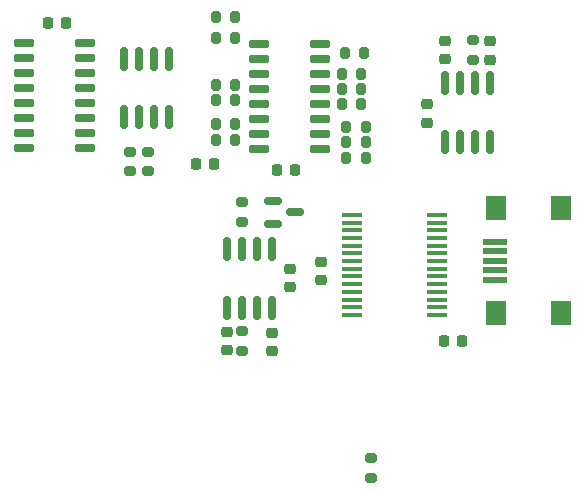
<source format=gbr>
%TF.GenerationSoftware,KiCad,Pcbnew,9.0.1*%
%TF.CreationDate,2025-05-14T21:44:34-03:00*%
%TF.ProjectId,queremate_pd_safe,71756572-656d-4617-9465-5f70645f7361,rev?*%
%TF.SameCoordinates,Original*%
%TF.FileFunction,Paste,Top*%
%TF.FilePolarity,Positive*%
%FSLAX46Y46*%
G04 Gerber Fmt 4.6, Leading zero omitted, Abs format (unit mm)*
G04 Created by KiCad (PCBNEW 9.0.1) date 2025-05-14 21:44:34*
%MOMM*%
%LPD*%
G01*
G04 APERTURE LIST*
G04 Aperture macros list*
%AMRoundRect*
0 Rectangle with rounded corners*
0 $1 Rounding radius*
0 $2 $3 $4 $5 $6 $7 $8 $9 X,Y pos of 4 corners*
0 Add a 4 corners polygon primitive as box body*
4,1,4,$2,$3,$4,$5,$6,$7,$8,$9,$2,$3,0*
0 Add four circle primitives for the rounded corners*
1,1,$1+$1,$2,$3*
1,1,$1+$1,$4,$5*
1,1,$1+$1,$6,$7*
1,1,$1+$1,$8,$9*
0 Add four rect primitives between the rounded corners*
20,1,$1+$1,$2,$3,$4,$5,0*
20,1,$1+$1,$4,$5,$6,$7,0*
20,1,$1+$1,$6,$7,$8,$9,0*
20,1,$1+$1,$8,$9,$2,$3,0*%
G04 Aperture macros list end*
%ADD10RoundRect,0.225000X0.225000X0.250000X-0.225000X0.250000X-0.225000X-0.250000X0.225000X-0.250000X0*%
%ADD11RoundRect,0.225000X0.250000X-0.225000X0.250000X0.225000X-0.250000X0.225000X-0.250000X-0.225000X0*%
%ADD12RoundRect,0.200000X0.275000X-0.200000X0.275000X0.200000X-0.275000X0.200000X-0.275000X-0.200000X0*%
%ADD13RoundRect,0.200000X-0.200000X-0.275000X0.200000X-0.275000X0.200000X0.275000X-0.200000X0.275000X0*%
%ADD14RoundRect,0.150000X0.150000X-0.825000X0.150000X0.825000X-0.150000X0.825000X-0.150000X-0.825000X0*%
%ADD15RoundRect,0.225000X-0.225000X-0.250000X0.225000X-0.250000X0.225000X0.250000X-0.225000X0.250000X0*%
%ADD16RoundRect,0.200000X0.200000X0.275000X-0.200000X0.275000X-0.200000X-0.275000X0.200000X-0.275000X0*%
%ADD17RoundRect,0.200000X-0.275000X0.200000X-0.275000X-0.200000X0.275000X-0.200000X0.275000X0.200000X0*%
%ADD18RoundRect,0.225000X-0.250000X0.225000X-0.250000X-0.225000X0.250000X-0.225000X0.250000X0.225000X0*%
%ADD19RoundRect,0.150000X-0.725000X-0.150000X0.725000X-0.150000X0.725000X0.150000X-0.725000X0.150000X0*%
%ADD20RoundRect,0.150000X-0.150000X0.825000X-0.150000X-0.825000X0.150000X-0.825000X0.150000X0.825000X0*%
%ADD21RoundRect,0.150000X0.725000X0.150000X-0.725000X0.150000X-0.725000X-0.150000X0.725000X-0.150000X0*%
%ADD22RoundRect,0.150000X-0.587500X-0.150000X0.587500X-0.150000X0.587500X0.150000X-0.587500X0.150000X0*%
%ADD23R,2.000000X0.500000*%
%ADD24R,1.700000X2.000000*%
%ADD25R,1.750000X0.450000*%
G04 APERTURE END LIST*
D10*
%TO.C,C7*%
X90218000Y-60325000D03*
X88668000Y-60325000D03*
%TD*%
D11*
%TO.C,C4*%
X95152000Y-76109000D03*
X95152000Y-74559000D03*
%TD*%
D12*
%TO.C,R2*%
X103530400Y-86829400D03*
X103530400Y-85179400D03*
%TD*%
D13*
%TO.C,R5*%
X101029000Y-52705000D03*
X102679000Y-52705000D03*
%TD*%
D14*
%TO.C,U2*%
X109763000Y-58417000D03*
X111033000Y-58417000D03*
X112303000Y-58417000D03*
X113573000Y-58417000D03*
X113573000Y-53467000D03*
X112303000Y-53467000D03*
X111033000Y-53467000D03*
X109763000Y-53467000D03*
%TD*%
D15*
%TO.C,C8*%
X95526000Y-60833000D03*
X97076000Y-60833000D03*
%TD*%
D16*
%TO.C,R14*%
X92011000Y-47879000D03*
X90361000Y-47879000D03*
%TD*%
D17*
%TO.C,R1*%
X112176000Y-49813000D03*
X112176000Y-51463000D03*
%TD*%
D13*
%TO.C,R15*%
X101410000Y-59740800D03*
X103060000Y-59740800D03*
%TD*%
%TO.C,R9*%
X101029000Y-55245000D03*
X102679000Y-55245000D03*
%TD*%
%TO.C,R8*%
X101410000Y-58420000D03*
X103060000Y-58420000D03*
%TD*%
D11*
%TO.C,C6*%
X91342000Y-76051000D03*
X91342000Y-74501000D03*
%TD*%
D17*
%TO.C,R16*%
X83093000Y-59246000D03*
X83093000Y-60896000D03*
%TD*%
D16*
%TO.C,R3*%
X92011000Y-49657000D03*
X90361000Y-49657000D03*
%TD*%
D18*
%TO.C,C11*%
X99314000Y-68567000D03*
X99314000Y-70117000D03*
%TD*%
%TO.C,C1*%
X109763000Y-49863000D03*
X109763000Y-51413000D03*
%TD*%
D13*
%TO.C,R6*%
X101029000Y-53975000D03*
X102679000Y-53975000D03*
%TD*%
D16*
%TO.C,R13*%
X92011000Y-58293000D03*
X90361000Y-58293000D03*
%TD*%
D19*
%TO.C,U3*%
X74168000Y-50038000D03*
X74168000Y-51308000D03*
X74168000Y-52578000D03*
X74168000Y-53848000D03*
X74168000Y-55118000D03*
X74168000Y-56388000D03*
X74168000Y-57658000D03*
X74168000Y-58928000D03*
X79318000Y-58928000D03*
X79318000Y-57658000D03*
X79318000Y-56388000D03*
X79318000Y-55118000D03*
X79318000Y-53848000D03*
X79318000Y-52578000D03*
X79318000Y-51308000D03*
X79318000Y-50038000D03*
%TD*%
D18*
%TO.C,C2*%
X113573000Y-49898000D03*
X113573000Y-51448000D03*
%TD*%
D13*
%TO.C,R7*%
X101410000Y-57150000D03*
X103060000Y-57150000D03*
%TD*%
D16*
%TO.C,R11*%
X92011000Y-53594000D03*
X90361000Y-53594000D03*
%TD*%
D13*
%TO.C,R4*%
X101283000Y-50927000D03*
X102933000Y-50927000D03*
%TD*%
D20*
%TO.C,U5*%
X95123000Y-67502000D03*
X93853000Y-67502000D03*
X92583000Y-67502000D03*
X91313000Y-67502000D03*
X91313000Y-72452000D03*
X92583000Y-72452000D03*
X93853000Y-72452000D03*
X95123000Y-72452000D03*
%TD*%
D16*
%TO.C,R10*%
X92011000Y-54864000D03*
X90361000Y-54864000D03*
%TD*%
D11*
%TO.C,C9*%
X96676000Y-70717000D03*
X96676000Y-69167000D03*
%TD*%
D21*
%TO.C,U1*%
X99187000Y-59055000D03*
X99187000Y-57785000D03*
X99187000Y-56515000D03*
X99187000Y-55245000D03*
X99187000Y-53975000D03*
X99187000Y-52705000D03*
X99187000Y-51435000D03*
X99187000Y-50165000D03*
X94037000Y-50165000D03*
X94037000Y-51435000D03*
X94037000Y-52705000D03*
X94037000Y-53975000D03*
X94037000Y-55245000D03*
X94037000Y-56515000D03*
X94037000Y-57785000D03*
X94037000Y-59055000D03*
%TD*%
D16*
%TO.C,R12*%
X92011000Y-56896000D03*
X90361000Y-56896000D03*
%TD*%
D22*
%TO.C,Q2*%
X95230500Y-63439000D03*
X95230500Y-65339000D03*
X97105500Y-64389000D03*
%TD*%
D17*
%TO.C,R20*%
X92612000Y-63528000D03*
X92612000Y-65178000D03*
%TD*%
D12*
%TO.C,R19*%
X92612000Y-76101000D03*
X92612000Y-74451000D03*
%TD*%
D18*
%TO.C,C3*%
X108239000Y-55232000D03*
X108239000Y-56782000D03*
%TD*%
D23*
%TO.C,J2*%
X114030200Y-70078400D03*
X114030200Y-69278400D03*
X114030200Y-68478400D03*
X114030200Y-67678400D03*
X114030200Y-66878400D03*
D24*
X114130200Y-72928400D03*
X119580200Y-72928400D03*
X114130200Y-64028400D03*
X119580200Y-64028400D03*
%TD*%
D25*
%TO.C,U6*%
X109111600Y-73059000D03*
X109111600Y-72409000D03*
X109111600Y-71759000D03*
X109111600Y-71109000D03*
X109111600Y-70459000D03*
X109111600Y-69809000D03*
X109111600Y-69159000D03*
X109111600Y-68509000D03*
X109111600Y-67859000D03*
X109111600Y-67209000D03*
X109111600Y-66559000D03*
X109111600Y-65909000D03*
X109111600Y-65259000D03*
X109111600Y-64609000D03*
X101911600Y-64609000D03*
X101911600Y-65259000D03*
X101911600Y-65909000D03*
X101911600Y-66559000D03*
X101911600Y-67209000D03*
X101911600Y-67859000D03*
X101911600Y-68509000D03*
X101911600Y-69159000D03*
X101911600Y-69809000D03*
X101911600Y-70459000D03*
X101911600Y-71109000D03*
X101911600Y-71759000D03*
X101911600Y-72409000D03*
X101911600Y-73059000D03*
%TD*%
D10*
%TO.C,C5*%
X77737000Y-48387000D03*
X76187000Y-48387000D03*
%TD*%
D14*
%TO.C,U4*%
X82585000Y-56323000D03*
X83855000Y-56323000D03*
X85125000Y-56323000D03*
X86395000Y-56323000D03*
X86395000Y-51373000D03*
X85125000Y-51373000D03*
X83855000Y-51373000D03*
X82585000Y-51373000D03*
%TD*%
D15*
%TO.C,C10*%
X109664200Y-75234800D03*
X111214200Y-75234800D03*
%TD*%
D12*
%TO.C,R17*%
X84617000Y-60896000D03*
X84617000Y-59246000D03*
%TD*%
M02*

</source>
